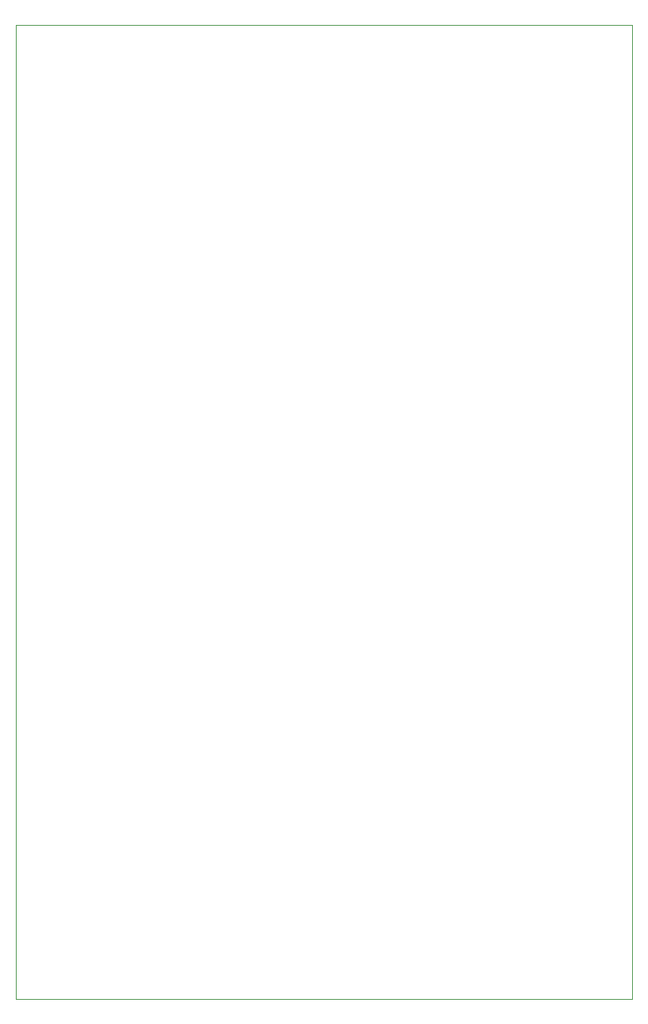
<source format=gbr>
%TF.GenerationSoftware,KiCad,Pcbnew,(6.0.5)*%
%TF.CreationDate,2022-08-13T18:51:57-04:00*%
%TF.ProjectId,Keypad_2Sides,4b657970-6164-45f3-9253-696465732e6b,rev?*%
%TF.SameCoordinates,Original*%
%TF.FileFunction,Profile,NP*%
%FSLAX46Y46*%
G04 Gerber Fmt 4.6, Leading zero omitted, Abs format (unit mm)*
G04 Created by KiCad (PCBNEW (6.0.5)) date 2022-08-13 18:51:57*
%MOMM*%
%LPD*%
G01*
G04 APERTURE LIST*
%TA.AperFunction,Profile*%
%ADD10C,0.100000*%
%TD*%
G04 APERTURE END LIST*
D10*
X82000000Y-33000000D02*
X13000000Y-33000000D01*
X13000000Y-33000000D02*
X13000000Y-142000000D01*
X13000000Y-142000000D02*
X82000000Y-142000000D01*
X82000000Y-142000000D02*
X82000000Y-33000000D01*
M02*

</source>
